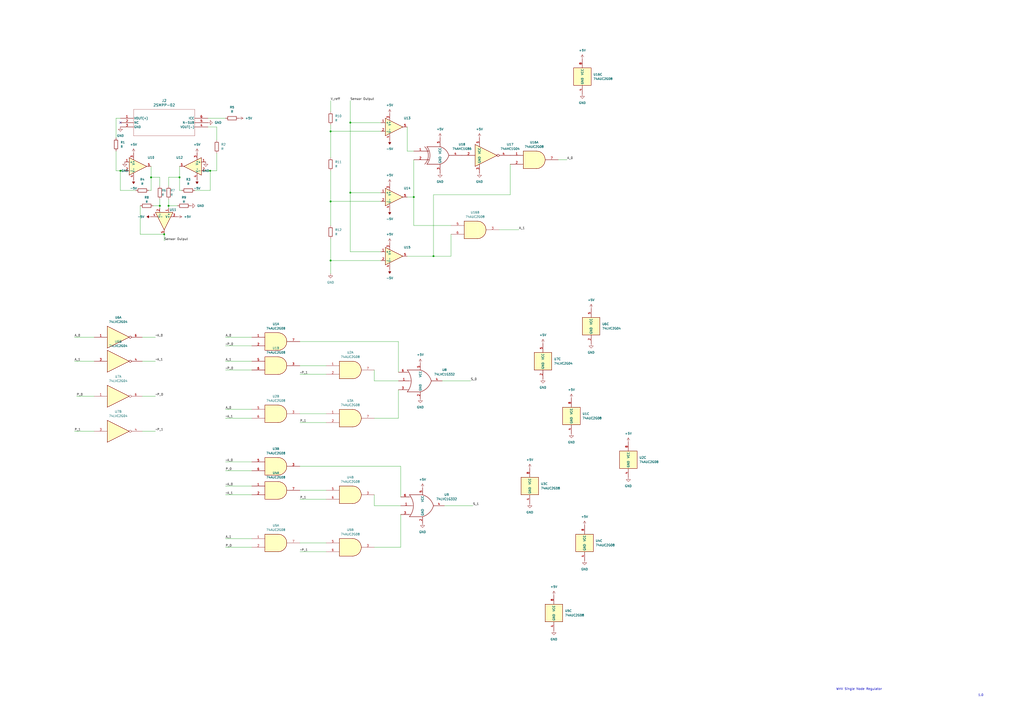
<source format=kicad_sch>
(kicad_sch (version 20250114) (generator "eeschema") (generator_version "9.0")
  (paper "A2")
  (lib_symbols
    (symbol "74xGxx:74AHC1G04"
      (property "Reference" "U" (at -2.54 3.81 0))
      (property "Value" "74AHC1G04" (at 0 -3.81 0))
      (symbol "74AHC1G04_0_1"
        (polyline (pts (xy -7.62 6.35) (xy -7.62 -6.35) (xy 5.08 0) (xy -7.62 6.35)) (stroke (width 0.254)) (fill (type background)))
      )
      (symbol "74AHC1G04_1_1"
        (pin input line (at -15.24 0 0) (length 7.62) (name "~") (number "2"))
        (pin no_connect line (at -7.62 2.54 0) (length 2.54) (hide yes) (name "NC") (number "1"))
        (pin power_in line (at -5.08 10.16 270) (length 5.08) (name "VCC") (number "5"))
        (pin power_in line (at -5.08 -10.16 90) (length 5.08) (name "GND") (number "3"))
        (pin output inverted (at 12.7 0 180) (length 7.62) (name "~") (number "4"))
      )
    )
    (symbol "74xGxx:74AHC1G86"
      (property "Reference" "U" (at -2.54 3.81 0))
      (property "Value" "74AHC1G86" (at 0 -3.81 0))
      (symbol "74AHC1G86_0_1"
        (arc (start -8.89 5.08) (mid -6.7858 0) (end -8.89 -5.08) (stroke (width 0.254)))
        (arc (start -7.62 5.08) (mid -5.838 0) (end -7.62 -5.08) (stroke (width 0.254)))
        (polyline (pts (xy -7.62 2.54) (xy -6.35 2.54)) (stroke (width 0.254)) (fill (type background)))
        (polyline (pts (xy -7.62 -2.54) (xy -6.35 -2.54)) (stroke (width 0.254)) (fill (type background)))
        (arc (start 5.08 0) (mid 3.202 -3.202) (end 0 -5.08) (stroke (width 0.254)))
        (arc (start 0 5.08) (mid 3.2271 3.2271) (end 5.08 0) (stroke (width 0.254)))
        (polyline (pts (xy 0 5.08) (xy -7.62 5.08)) (stroke (width 0.254)) (fill (type background)))
        (polyline (pts (xy 0 -5.08) (xy -7.62 -5.08)) (stroke (width 0.254)) (fill (type background)))
      )
      (symbol "74AHC1G86_1_1"
        (pin input line (at -15.24 2.54 0) (length 7.62) (name "~") (number "1"))
        (pin input line (at -15.24 -2.54 0) (length 7.62) (name "~") (number "2"))
        (pin power_in line (at 0 10.16 270) (length 5.08) (name "VCC") (number "5"))
        (pin power_in line (at 0 -10.16 90) (length 5.08) (name "GND") (number "3"))
        (pin output line (at 12.7 0 180) (length 7.62) (name "~") (number "4"))
      )
    )
    (symbol "74xGxx:74AUC2G08"
      (property "Reference" "U" (at -2.54 3.81 0))
      (property "Value" "74AUC2G08" (at 0 -3.81 0))
      (symbol "74AUC2G08_1_1"
        (arc (start 0 5.08) (mid 5.0579 0) (end 0 -5.08) (stroke (width 0.254)) (fill (type background)))
        (polyline (pts (xy 0 -5.08) (xy -7.62 -5.08) (xy -7.62 5.08) (xy 0 5.08)) (stroke (width 0.254)) (fill (type background)))
        (pin input line (at -15.24 2.54 0) (length 7.62) (name "~") (number "1"))
        (pin input line (at -15.24 -2.54 0) (length 7.62) (name "~") (number "2"))
        (pin output line (at 12.7 0 180) (length 7.62) (name "~") (number "7"))
      )
      (symbol "74AUC2G08_2_1"
        (arc (start 0 5.08) (mid 5.0579 0) (end 0 -5.08) (stroke (width 0.254)) (fill (type background)))
        (polyline (pts (xy 0 -5.08) (xy -7.62 -5.08) (xy -7.62 5.08) (xy 0 5.08)) (stroke (width 0.254)) (fill (type background)))
        (pin input line (at -15.24 2.54 0) (length 7.62) (name "~") (number "5"))
        (pin input line (at -15.24 -2.54 0) (length 7.62) (name "~") (number "6"))
        (pin output line (at 12.7 0 180) (length 7.62) (name "~") (number "3"))
      )
      (symbol "74AUC2G08_3_0"
        (rectangle (start -5.08 -5.08) (end 5.08 5.08) (stroke (width 0.254)) (fill (type background)))
      )
      (symbol "74AUC2G08_3_1"
        (pin power_in line (at 0 10.16 270) (length 5.08) (name "VCC") (number "8"))
        (pin power_in line (at 0 -10.16 90) (length 5.08) (name "GND") (number "4"))
      )
    )
    (symbol "74xGxx:74LVC1G332"
      (property "Reference" "U" (at -7.112 7.366 0))
      (property "Value" "74LVC1G332" (at 6.096 -7.62 0))
      (symbol "74LVC1G332_0_1"
        (arc (start -7.62 6.35) (mid -5.321 0) (end -7.62 -6.35) (stroke (width 0.254)))
        (polyline (pts (xy -7.62 5.08) (xy -6.858 5.08)))
        (polyline (pts (xy -7.62 -5.08) (xy -6.858 -5.08)))
        (polyline (pts (xy -6.35 0) (xy -5.334 0)))
        (arc (start 6.35 0) (mid 3.9978 -3.9978) (end 0 -6.35) (stroke (width 0.254)))
        (arc (start 0 6.35) (mid 3.9978 3.9978) (end 6.35 0) (stroke (width 0.254)))
        (polyline (pts (xy 0 6.35) (xy -7.62 6.35)) (stroke (width 0.254)) (fill (type background)))
        (polyline (pts (xy 0 -6.35) (xy -7.62 -6.35)) (stroke (width 0.254)) (fill (type background)))
      )
      (symbol "74LVC1G332_1_1"
        (pin input line (at -12.7 5.08 0) (length 5.08) (name "~") (number "6"))
        (pin input line (at -12.7 0 0) (length 6.35) (name "~") (number "1"))
        (pin input line (at -12.7 -5.08 0) (length 5.08) (name "~") (number "3"))
        (pin power_in line (at 0 10.16 270) (length 3.81) (name "VCC") (number "5"))
        (pin power_in line (at 0 -10.16 90) (length 3.81) (name "GND") (number "2"))
        (pin output line (at 12.7 0 180) (length 6.35) (name "~") (number "4"))
      )
    )
    (symbol "74xGxx:74LVC2G04"
      (property "Reference" "U" (at 0 7.62 0))
      (property "Value" "74LVC2G04" (at 2.54 -7.62 0))
      (symbol "74LVC2G04_1_1"
        (polyline (pts (xy -7.62 6.35) (xy -7.62 -6.35) (xy 5.08 0) (xy -7.62 6.35)) (stroke (width 0.254)) (fill (type background)))
        (pin input line (at -15.24 0 0) (length 7.62) (name "~") (number "1"))
        (pin output inverted (at 12.7 0 180) (length 7.62) (name "~") (number "6"))
      )
      (symbol "74LVC2G04_2_1"
        (polyline (pts (xy -7.62 6.35) (xy -7.62 -6.35) (xy 5.08 0) (xy -7.62 6.35)) (stroke (width 0.254)) (fill (type background)))
        (pin input line (at -15.24 0 0) (length 7.62) (name "~") (number "3"))
        (pin output inverted (at 12.7 0 180) (length 7.62) (name "~") (number "4"))
      )
      (symbol "74LVC2G04_3_0"
        (rectangle (start -5.08 -5.08) (end 5.08 5.08) (stroke (width 0.254)) (fill (type background)))
      )
      (symbol "74LVC2G04_3_1"
        (pin power_in line (at 0 10.16 270) (length 5.08) (name "VCC") (number "5"))
        (pin power_in line (at 0 -10.16 90) (length 5.08) (name "GND") (number "2"))
      )
    )
    (symbol "Device:R" (pin_numbers (hide yes)) (pin_names (offset 0))
      (property "Reference" "R" (at 2.032 0 90))
      (property "Value" "R" (at 0 0 90))
      (symbol "R_0_1"
        (rectangle (start -1.016 -2.54) (end 1.016 2.54) (stroke (width 0.254)))
      )
      (symbol "R_1_1"
        (pin passive line (at 0 3.81 270) (length 1.27) (name "~") (number "1"))
        (pin passive line (at 0 -3.81 90) (length 1.27) (name "~") (number "2"))
      )
    )
    (symbol "Simulation_SPICE:OPAMP" (pin_names (offset 0.254))
      (property "Reference" "U" (at 3.81 3.175 0))
      (property "Value" "${SIM.PARAMS}" (at 3.81 -3.175 0))
      (symbol "OPAMP_0_1"
        (polyline (pts (xy 5.08 0) (xy -5.08 5.08) (xy -5.08 -5.08) (xy 5.08 0)) (stroke (width 0.254)) (fill (type background)))
      )
      (symbol "OPAMP_1_1"
        (pin input line (at -7.62 2.54 0) (length 2.54) (name "+") (number "1"))
        (pin input line (at -7.62 -2.54 0) (length 2.54) (name "-") (number "2"))
        (pin power_in line (at -2.54 7.62 270) (length 3.81) (name "V+") (number "3"))
        (pin power_in line (at -2.54 -7.62 90) (length 3.81) (name "V-") (number "4"))
        (pin output line (at 7.62 0 180) (length 2.54) (name "~") (number "5"))
      )
    )
    (symbol "power:+5V" (power) (pin_numbers (hide yes)) (pin_names (offset 0) (hide yes))
      (property "Value" "+5V" (at 0 3.556 0))
      (symbol "+5V_0_1"
        (polyline (pts (xy -0.762 1.27) (xy 0 2.54)))
        (polyline (pts (xy 0 2.54) (xy 0.762 1.27)))
        (polyline (pts (xy 0 0) (xy 0 2.54)))
      )
      (symbol "+5V_1_1"
        (pin power_in line (at 0 0 90) (length 0) (name "~") (number "1"))
      )
    )
    (symbol "power:-5V" (power) (pin_numbers (hide yes)) (pin_names (offset 0) (hide yes))
      (property "Value" "-5V" (at 0 3.556 0))
      (symbol "-5V_0_0"
        (pin power_in line (at 0 0 90) (length 0) (name "~") (number "1"))
      )
      (symbol "-5V_0_1"
        (polyline (pts (xy 0 0) (xy 0 1.27) (xy 0.762 1.27) (xy 0 2.54) (xy -0.762 1.27) (xy 0 1.27)) (fill (type outline)))
      )
    )
    (symbol "power:GND" (power) (pin_numbers (hide yes)) (pin_names (offset 0) (hide yes))
      (property "Value" "GND" (at 0 -3.81 0))
      (symbol "GND_0_1"
        (polyline (pts (xy 0 0) (xy 0 -1.27) (xy 1.27 -1.27) (xy 0 -2.54) (xy -1.27 -1.27) (xy 0 -1.27)))
      )
      (symbol "GND_1_1"
        (pin power_in line (at 0 0 270) (length 0) (name "~") (number "1"))
      )
    )
    (symbol "pressure sensor:2SMPP-02" (pin_names (offset 0.254))
      (property "Reference" "J" (at 25.4 10.16 0))
      (property "Value" "2SMPP-02" (at 25.4 7.62 0))
      (symbol "2SMPP-02_0_1"
        (polyline (pts (xy 7.62 5.08) (xy 7.62 -10.16)) (stroke (width 0.127)))
        (polyline (pts (xy 7.62 -10.16) (xy 43.18 -10.16)) (stroke (width 0.127)))
        (polyline (pts (xy 43.18 5.08) (xy 7.62 5.08)) (stroke (width 0.127)))
        (polyline (pts (xy 43.18 -10.16) (xy 43.18 5.08)) (stroke (width 0.127)))
        (pin unspecified line (at 0 0 0) (length 7.62) (name "VOUT(+)") (number "1"))
        (pin unspecified line (at 0 -2.54 0) (length 7.62) (name "NC") (number "2"))
        (pin power_out line (at 0 -5.08 0) (length 7.62) (name "GND") (number "3"))
        (pin unspecified line (at 50.8 0 180) (length 7.62) (name "ICC") (number "6"))
        (pin unspecified line (at 50.8 -2.54 180) (length 7.62) (name "N-SUB") (number "5"))
        (pin unspecified line (at 50.8 -5.08 180) (length 7.62) (name "VOUT(-)") (number "4"))
      )
    )
  )
  (text "WHV Single Node Regulator" (at 498.348 399.796 0) (effects (font (size 1.27 1.27))))
  (text "1.0\n" (at 568.96 403.352 0) (effects (font (size 1.27 1.27))))
  (junction (at 191.77 151.13))
  (junction (at 95.25 135.89))
  (junction (at 69.85 99.06))
  (junction (at 203.2 111.76))
  (junction (at 191.77 76.2))
  (junction (at 240.03 114.3))
  (junction (at 121.92 99.06))
  (junction (at 92.71 119.38))
  (junction (at 203.2 71.12))
  (junction (at 251.46 148.59))
  (junction (at 104.14 102.87))
  (junction (at 87.63 102.87))
  (junction (at 97.79 119.38))
  (junction (at 191.77 116.84))
  (no_connect (at 69.85 71.12))
  (wire (pts (xy 251.46 148.59) (xy 261.62 148.59)))
  (wire (pts (xy 289.56 133.35) (xy 300.99 133.35)))
  (wire (pts (xy 81.28 135.89) (xy 95.25 135.89)))
  (wire (pts (xy 87.63 96.52) (xy 87.63 102.87)))
  (wire (pts (xy 203.2 71.12) (xy 220.98 71.12)))
  (wire (pts (xy 69.85 99.06) (xy 72.39 99.06)))
  (wire (pts (xy 191.77 151.13) (xy 191.77 158.75)))
  (wire (pts (xy 236.22 73.66) (xy 236.22 87.63)))
  (wire (pts (xy 130.81 209.55) (xy 146.05 209.55)))
  (wire (pts (xy 261.62 148.59) (xy 261.62 135.89)))
  (wire (pts (xy 69.85 68.58) (xy 67.31 68.58)))
  (wire (pts (xy 203.2 58.42) (xy 203.2 71.12)))
  (wire (pts (xy 240.03 114.3) (xy 240.03 92.71)))
  (wire (pts (xy 104.14 96.52) (xy 104.14 102.87)))
  (wire (pts (xy 119.38 99.06) (xy 121.92 99.06)))
  (wire (pts (xy 43.18 250.19) (xy 54.61 250.19)))
  (wire (pts (xy 191.77 116.84) (xy 220.98 116.84)))
  (wire (pts (xy 87.63 110.49) (xy 86.36 110.49)))
  (wire (pts (xy 173.99 212.09) (xy 189.23 212.09)))
  (wire (pts (xy 251.46 113.03) (xy 295.91 113.03)))
  (wire (pts (xy 69.85 110.49) (xy 69.85 99.06)))
  (wire (pts (xy 130.81 200.66) (xy 146.05 200.66)))
  (wire (pts (xy 95.25 135.89) (xy 95.25 139.7)))
  (wire (pts (xy 130.81 195.58) (xy 146.05 195.58)))
  (wire (pts (xy 191.77 58.42) (xy 191.77 64.77)))
  (wire (pts (xy 78.74 110.49) (xy 69.85 110.49)))
  (wire (pts (xy 191.77 151.13) (xy 220.98 151.13)))
  (wire (pts (xy 236.22 148.59) (xy 251.46 148.59)))
  (wire (pts (xy 130.81 242.57) (xy 146.05 242.57)))
  (wire (pts (xy 173.99 198.12) (xy 231.14 198.12)))
  (wire (pts (xy 120.65 68.58) (xy 130.81 68.58)))
  (wire (pts (xy 231.14 226.06) (xy 231.14 242.57)))
  (wire (pts (xy 87.63 102.87) (xy 92.71 102.87)))
  (wire (pts (xy 217.17 287.02) (xy 217.17 293.37)))
  (wire (pts (xy 125.73 73.66) (xy 120.65 73.66)))
  (wire (pts (xy 130.81 281.94) (xy 146.05 281.94)))
  (wire (pts (xy 121.92 99.06) (xy 121.92 110.49)))
  (wire (pts (xy 236.22 87.63) (xy 240.03 87.63)))
  (wire (pts (xy 232.41 270.51) (xy 232.41 288.29)))
  (wire (pts (xy 82.55 250.19) (xy 90.17 250.19)))
  (wire (pts (xy 191.77 72.39) (xy 191.77 76.2)))
  (wire (pts (xy 82.55 229.87) (xy 90.17 229.87)))
  (wire (pts (xy 130.81 287.02) (xy 146.05 287.02)))
  (wire (pts (xy 203.2 111.76) (xy 203.2 146.05)))
  (wire (pts (xy 203.2 71.12) (xy 203.2 111.76)))
  (wire (pts (xy 173.99 314.96) (xy 189.23 314.96)))
  (wire (pts (xy 92.71 102.87) (xy 92.71 107.95)))
  (wire (pts (xy 203.2 111.76) (xy 220.98 111.76)))
  (wire (pts (xy 67.31 68.58) (xy 67.31 80.01)))
  (wire (pts (xy 97.79 119.38) (xy 97.79 120.65)))
  (wire (pts (xy 130.81 312.42) (xy 146.05 312.42)))
  (wire (pts (xy 97.79 115.57) (xy 97.79 119.38)))
  (wire (pts (xy 256.54 220.98) (xy 273.05 220.98)))
  (wire (pts (xy 323.85 92.71) (xy 328.93 92.71)))
  (wire (pts (xy 97.79 102.87) (xy 97.79 107.95)))
  (wire (pts (xy 217.17 214.63) (xy 217.17 220.98)))
  (wire (pts (xy 104.14 102.87) (xy 97.79 102.87)))
  (wire (pts (xy 173.99 240.03) (xy 189.23 240.03)))
  (wire (pts (xy 44.45 229.87) (xy 54.61 229.87)))
  (wire (pts (xy 121.92 99.06) (xy 125.73 99.06)))
  (wire (pts (xy 130.81 317.5) (xy 146.05 317.5)))
  (wire (pts (xy 173.99 270.51) (xy 232.41 270.51)))
  (wire (pts (xy 125.73 99.06) (xy 125.73 88.9)))
  (wire (pts (xy 82.55 209.55) (xy 90.17 209.55)))
  (wire (pts (xy 217.17 293.37) (xy 232.41 293.37)))
  (wire (pts (xy 251.46 148.59) (xy 251.46 113.03)))
  (wire (pts (xy 173.99 284.48) (xy 189.23 284.48)))
  (wire (pts (xy 257.81 293.37) (xy 274.32 293.37)))
  (wire (pts (xy 130.81 273.05) (xy 146.05 273.05)))
  (wire (pts (xy 173.99 245.11) (xy 189.23 245.11)))
  (wire (pts (xy 104.14 102.87) (xy 104.14 110.49)))
  (wire (pts (xy 113.03 110.49) (xy 121.92 110.49)))
  (wire (pts (xy 67.31 87.63) (xy 67.31 99.06)))
  (wire (pts (xy 104.14 110.49) (xy 105.41 110.49)))
  (wire (pts (xy 173.99 217.17) (xy 189.23 217.17)))
  (wire (pts (xy 240.03 130.81) (xy 240.03 114.3)))
  (wire (pts (xy 217.17 220.98) (xy 231.14 220.98)))
  (wire (pts (xy 125.73 81.28) (xy 125.73 73.66)))
  (wire (pts (xy 232.41 317.5) (xy 232.41 298.45)))
  (wire (pts (xy 217.17 317.5) (xy 232.41 317.5)))
  (wire (pts (xy 203.2 146.05) (xy 220.98 146.05)))
  (wire (pts (xy 191.77 76.2) (xy 220.98 76.2)))
  (wire (pts (xy 130.81 214.63) (xy 146.05 214.63)))
  (wire (pts (xy 92.71 119.38) (xy 92.71 120.65)))
  (wire (pts (xy 295.91 113.03) (xy 295.91 95.25)))
  (wire (pts (xy 173.99 289.56) (xy 189.23 289.56)))
  (wire (pts (xy 87.63 102.87) (xy 87.63 110.49)))
  (wire (pts (xy 231.14 242.57) (xy 217.17 242.57)))
  (wire (pts (xy 191.77 99.06) (xy 191.77 116.84)))
  (wire (pts (xy 236.22 114.3) (xy 240.03 114.3)))
  (wire (pts (xy 130.81 267.97) (xy 146.05 267.97)))
  (wire (pts (xy 92.71 115.57) (xy 92.71 119.38)))
  (wire (pts (xy 82.55 195.58) (xy 90.17 195.58)))
  (wire (pts (xy 97.79 119.38) (xy 102.87 119.38)))
  (wire (pts (xy 173.99 320.04) (xy 189.23 320.04)))
  (wire (pts (xy 88.9 119.38) (xy 92.71 119.38)))
  (wire (pts (xy 191.77 138.43) (xy 191.77 151.13)))
  (wire (pts (xy 191.77 76.2) (xy 191.77 91.44)))
  (wire (pts (xy 67.31 99.06) (xy 69.85 99.06)))
  (wire (pts (xy 261.62 130.81) (xy 240.03 130.81)))
  (wire (pts (xy 43.18 209.55) (xy 54.61 209.55)))
  (wire (pts (xy 191.77 116.84) (xy 191.77 130.81)))
  (wire (pts (xy 81.28 119.38) (xy 81.28 135.89)))
  (wire (pts (xy 231.14 198.12) (xy 231.14 215.9)))
  (wire (pts (xy 130.81 237.49) (xy 146.05 237.49)))
  (wire (pts (xy 43.18 195.58) (xy 54.61 195.58)))
  (label "S_0" (at 273.05 220.98 0))
  (label "~A_0" (at 90.17 195.58 0))
  (label "~P_1" (at 173.99 217.17 0))
  (label "~P_0" (at 130.81 200.66 0))
  (label "~P_0" (at 90.17 229.87 0))
  (label "~A_0" (at 130.81 267.97 0))
  (label "~A_1" (at 130.81 242.57 0))
  (label "~A_1" (at 90.17 209.55 0))
  (label "A_0" (at 328.93 92.71 0))
  (label "A_0" (at 43.18 195.58 0))
  (label "P_1" (at 173.99 245.11 0))
  (label "A_1" (at 43.18 209.55 0))
  (label "P_0" (at 130.81 317.5 0))
  (label "S_1" (at 274.32 293.37 0))
  (label "A_0" (at 130.81 237.49 0))
  (label "~A_0" (at 130.81 281.94 0))
  (label "P_0" (at 44.45 229.87 0))
  (label "V_reff" (at 191.77 58.42 0))
  (label "~A_1" (at 130.81 287.02 0))
  (label "~P_1" (at 90.17 250.19 0))
  (label "A_0" (at 130.81 195.58 0))
  (label "Sensor Output" (at 203.2 58.42 0))
  (label "P_0" (at 130.81 273.05 0))
  (label "A_1" (at 130.81 312.42 0))
  (label "~P_0" (at 130.81 214.63 0))
  (label "A_1" (at 300.99 133.35 0))
  (label "P_1" (at 173.99 289.56 0))
  (label "P_1" (at 43.18 250.19 0))
  (label "Sensor Output" (at 95.25 139.7 0))
  (label "~P_1" (at 173.99 320.04 0))
  (label "A_1" (at 130.81 209.55 0))
  (symbol (lib_id "power:-5V") (at 226.06 121.92 180) (unit 1)
    (property "Reference" "#PWR034" (effects (hide yes)))
    (property "Value" "-5V" (at 226.06 127 0))
    (property "Description" "Power symbol creates a global label with name \"-5V\"" (effects (hide yes)))
  )
  (symbol (lib_id "Device:R") (at 92.71 111.76 0) (unit 1)
    (property "Reference" "R6" (at 93.726 110.49 0) (effects (justify left)))
    (property "Value" "R" (at 93.726 113.03 0) (effects (justify left)))
    (property "Description" "Resistor" (effects (hide yes)))
  )
  (symbol (lib_id "74xGxx:74LVC2G04") (at 342.9 189.23 0) (unit 3)
    (property "Reference" "U6" (at 349.25 187.9599 0) (effects (justify left)))
    (property "Value" "74LVC2G04" (at 349.25 190.4999 0) (effects (justify left)))
    (property "Datasheet" "http://www.ti.com/lit/sg/scyt129e/scyt129e.pdf" (effects (hide yes)))
    (property "Description" "Dual NOT Gate, Low-Voltage CMOS" (effects (hide yes)))
  )
  (symbol (lib_id "power:+5V") (at 364.49 256.54 0) (unit 1)
    (property "Reference" "#PWR06" (effects (hide yes)))
    (property "Value" "+5V" (at 364.49 251.46 0))
    (property "Description" "Power symbol creates a global label with name \"+5V\"" (effects (hide yes)))
  )
  (symbol (lib_id "74xGxx:74AUC2G08") (at 161.29 270.51 0) (unit 2)
    (property "Reference" "U3" (at 160.0089 260.35 0))
    (property "Value" "74AUC2G08" (at 160.0089 262.89 0))
    (property "Datasheet" "http://www.ti.com/lit/sg/scyt129e/scyt129e.pdf" (effects (hide yes)))
    (property "Description" "Dual AND Gate, Low-Voltage CMOS" (effects (hide yes)))
  )
  (symbol (lib_id "power:GND") (at 342.9 199.39 0) (unit 1)
    (property "Reference" "#PWR012" (effects (hide yes)))
    (property "Value" "GND" (at 342.9 204.47 0))
    (property "Description" "Power symbol creates a global label with name \"GND\" , ground" (effects (hide yes)))
  )
  (symbol (lib_id "Device:R") (at 191.77 134.62 0) (unit 1)
    (property "Reference" "R12" (at 194.31 133.3499 0) (effects (justify left)))
    (property "Value" "R" (at 194.31 135.8899 0) (effects (justify left)))
    (property "Description" "Resistor" (effects (hide yes)))
  )
  (symbol (lib_id "power:GND") (at 110.49 119.38 90) (unit 1)
    (property "Reference" "#PWR025" (effects (hide yes)))
    (property "Value" "GND" (at 114.3 119.3799 90) (effects (justify right)))
    (property "Description" "Power symbol creates a global label with name \"GND\" , ground" (effects (hide yes)))
  )
  (symbol (lib_id "power:GND") (at 307.34 292.1 0) (unit 1)
    (property "Reference" "#PWR016" (effects (hide yes)))
    (property "Value" "GND" (at 307.34 297.18 0))
    (property "Description" "Power symbol creates a global label with name \"GND\" , ground" (effects (hide yes)))
  )
  (symbol (lib_id "Device:R") (at 106.68 119.38 90) (unit 1)
    (property "Reference" "R9" (at 106.68 114.554 90))
    (property "Value" "R" (at 106.68 117.094 90))
    (property "Description" "Resistor" (effects (hide yes)))
  )
  (symbol (lib_id "power:GND") (at 72.39 93.98 0) (unit 1)
    (property "Reference" "#PWR020" (effects (hide yes)))
    (property "Value" "GND" (at 72.39 99.06 0))
    (property "Description" "Power symbol creates a global label with name \"GND\" , ground" (effects (hide yes)))
  )
  (symbol (lib_id "power:+5V") (at 102.87 125.73 270) (unit 1)
    (property "Reference" "#PWR024" (effects (hide yes)))
    (property "Value" "+5V" (at 106.68 125.7299 90) (effects (justify left)))
    (property "Description" "Power symbol creates a global label with name \"+5V\"" (effects (hide yes)))
  )
  (symbol (lib_id "power:GND") (at 69.85 73.66 0) (unit 1)
    (property "Reference" "#PWR019" (effects (hide yes)))
    (property "Value" "GND" (at 69.85 78.74 0))
    (property "Description" "Power symbol creates a global label with name \"GND\" , ground" (effects (hide yes)))
  )
  (symbol (lib_id "power:-5V") (at 226.06 156.21 180) (unit 1)
    (property "Reference" "#PWR036" (effects (hide yes)))
    (property "Value" "-5V" (at 226.06 161.29 0))
    (property "Description" "Power symbol creates a global label with name \"-5V\"" (effects (hide yes)))
  )
  (symbol (lib_id "74xGxx:74AUC2G08") (at 364.49 266.7 0) (unit 3)
    (property "Reference" "U2" (at 370.84 265.4299 0) (effects (justify left)))
    (property "Value" "74AUC2G08" (at 370.84 267.9699 0) (effects (justify left)))
    (property "Datasheet" "http://www.ti.com/lit/sg/scyt129e/scyt129e.pdf" (effects (hide yes)))
    (property "Description" "Dual AND Gate, Low-Voltage CMOS" (effects (hide yes)))
  )
  (symbol (lib_id "power:+5V") (at 321.31 345.44 0) (unit 1)
    (property "Reference" "#PWR09" (effects (hide yes)))
    (property "Value" "+5V" (at 321.31 340.36 0))
    (property "Description" "Power symbol creates a global label with name \"+5V\"" (effects (hide yes)))
  )
  (symbol (lib_id "power:GND") (at 364.49 276.86 0) (unit 1)
    (property "Reference" "#PWR015" (effects (hide yes)))
    (property "Value" "GND" (at 364.49 281.94 0))
    (property "Description" "Power symbol creates a global label with name \"GND\" , ground" (effects (hide yes)))
  )
  (symbol (lib_id "power:+5V") (at 226.06 106.68 0) (unit 1)
    (property "Reference" "#PWR033" (effects (hide yes)))
    (property "Value" "+5V" (at 226.06 101.6 0))
    (property "Description" "Power symbol creates a global label with name \"+5V\"" (effects (hide yes)))
  )
  (symbol (lib_id "74xGxx:74AUC2G08") (at 161.29 198.12 0) (unit 1)
    (property "Reference" "U1" (at 160.0089 187.96 0))
    (property "Value" "74AUC2G08" (at 160.0089 190.5 0))
    (property "Datasheet" "http://www.ti.com/lit/sg/scyt129e/scyt129e.pdf" (effects (hide yes)))
    (property "Description" "Dual AND Gate, Low-Voltage CMOS" (effects (hide yes)))
  )
  (symbol (lib_id "Simulation_SPICE:OPAMP") (at 228.6 73.66 0) (unit 1)
    (property "Reference" "U13" (at 236.22 68.5098 0))
    (property "Value" "${SIM.PARAMS}" (at 236.22 70.4149 0))
    (property "Datasheet" "https://ngspice.sourceforge.io/docs/ngspice-html-manual/manual.xhtml#sec__SUBCKT_Subcircuits" (effects (hide yes)))
    (property "Description" "Operational amplifier, single" (effects (hide yes)))
    (property "Sim.Pins" "1=in+ 2=in- 3=vcc 4=vee 5=out" (effects (hide yes)))
    (property "Sim.Device" "SUBCKT" (effects (hide yes)))
    (property "Sim.Library" "${KICAD9_SYMBOL_DIR}/Simulation_SPICE.sp" (effects (hide yes)))
    (property "Sim.Name" "kicad_builtin_opamp" (effects (hide yes)))
  )
  (symbol (lib_id "Device:R") (at 125.73 85.09 0) (unit 1)
    (property "Reference" "R2" (at 128.27 83.8199 0) (effects (justify left)))
    (property "Value" "R" (at 128.27 86.3599 0) (effects (justify left)))
    (property "Description" "Resistor" (effects (hide yes)))
  )
  (symbol (lib_id "power:GND") (at 314.96 219.71 0) (unit 1)
    (property "Reference" "#PWR013" (effects (hide yes)))
    (property "Value" "GND" (at 314.96 224.79 0))
    (property "Description" "Power symbol creates a global label with name \"GND\" , ground" (effects (hide yes)))
  )
  (symbol (lib_id "power:GND") (at 321.31 365.76 0) (unit 1)
    (property "Reference" "#PWR018" (effects (hide yes)))
    (property "Value" "GND" (at 321.31 370.84 0))
    (property "Description" "Power symbol creates a global label with name \"GND\" , ground" (effects (hide yes)))
  )
  (symbol (lib_id "74xGxx:74AUC2G08") (at 311.15 92.71 0) (unit 1)
    (property "Reference" "U16" (at 309.8689 82.55 0))
    (property "Value" "74AUC2G08" (at 309.8689 85.09 0))
    (property "Datasheet" "http://www.ti.com/lit/sg/scyt129e/scyt129e.pdf" (effects (hide yes)))
    (property "Description" "Dual AND Gate, Low-Voltage CMOS" (effects (hide yes)))
  )
  (symbol (lib_id "74xGxx:74AHC1G86") (at 255.27 90.17 0) (unit 1)
    (property "Reference" "U18" (at 267.97 83.7498 0))
    (property "Value" "74AHC1G86" (at 267.97 86.2898 0))
    (property "Datasheet" "http://www.ti.com/lit/sg/scyt129e/scyt129e.pdf" (effects (hide yes)))
    (property "Description" "Single XOR Gate, Low-Voltage CMOS" (effects (hide yes)))
  )
  (symbol (lib_id "Device:R") (at 191.77 68.58 0) (unit 1)
    (property "Reference" "R10" (at 194.31 67.3099 0) (effects (justify left)))
    (property "Value" "R" (at 194.31 69.8499 0) (effects (justify left)))
    (property "Description" "Resistor" (effects (hide yes)))
  )
  (symbol (lib_id "pressure sensor:2SMPP-02") (at 69.85 68.58 0) (unit 1)
    (property "Reference" "J2" (at 95.25 58.42 0) (effects (font (size 1.524 1.524))))
    (property "Value" "2SMPP-02" (at 95.25 60.96 0) (effects (font (size 1.524 1.524))))
    (property "Footprint" "2SMPP-02_OMR" (effects (hide yes)))
    (property "Datasheet" "2SMPP-02" (effects (hide yes)))
  )
  (symbol (lib_id "Simulation_SPICE:OPAMP") (at 95.25 128.27 270) (unit 1)
    (property "Reference" "U11" (at 100.33 121.666 90))
    (property "Value" "${SIM.PARAMS}" (at 102.87 122.4849 90))
    (property "Datasheet" "https://ngspice.sourceforge.io/docs/ngspice-html-manual/manual.xhtml#sec__SUBCKT_Subcircuits" (effects (hide yes)))
    (property "Description" "Operational amplifier, single" (effects (hide yes)))
    (property "Sim.Pins" "1=in+ 2=in- 3=vcc 4=vee 5=out" (effects (hide yes)))
    (property "Sim.Device" "SUBCKT" (effects (hide yes)))
    (property "Sim.Library" "${KICAD9_SYMBOL_DIR}/Simulation_SPICE.sp" (effects (hide yes)))
    (property "Sim.Name" "kicad_builtin_opamp" (effects (hide yes)))
  )
  (symbol (lib_id "power:+5V") (at 114.3 88.9 0) (unit 1)
    (property "Reference" "#PWR026" (effects (hide yes)))
    (property "Value" "+5V" (at 114.3 83.82 0))
    (property "Description" "Power symbol creates a global label with name \"+5V\"" (effects (hide yes)))
  )
  (symbol (lib_id "power:+5V") (at 138.43 68.58 270) (unit 1)
    (property "Reference" "#PWR030" (effects (hide yes)))
    (property "Value" "+5V" (at 142.24 68.5799 90) (effects (justify left)))
    (property "Description" "Power symbol creates a global label with name \"+5V\"" (effects (hide yes)))
  )
  (symbol (lib_id "power:GND") (at 337.82 54.61 0) (unit 1)
    (property "Reference" "#PWR038" (effects (hide yes)))
    (property "Value" "GND" (at 337.82 59.69 0))
    (property "Description" "Power symbol creates a global label with name \"GND\" , ground" (effects (hide yes)))
  )
  (symbol (lib_id "Device:R") (at 134.62 68.58 90) (unit 1)
    (property "Reference" "R5" (at 134.62 62.23 90))
    (property "Value" "R" (at 134.62 64.77 90))
    (property "Description" "Resistor" (effects (hide yes)))
  )
  (symbol (lib_id "power:+5V") (at 226.06 140.97 0) (unit 1)
    (property "Reference" "#PWR035" (effects (hide yes)))
    (property "Value" "+5V" (at 226.06 135.89 0))
    (property "Description" "Power symbol creates a global label with name \"+5V\"" (effects (hide yes)))
  )
  (symbol (lib_id "power:-5V") (at 77.47 104.14 180) (unit 1)
    (property "Reference" "#PWR022" (effects (hide yes)))
    (property "Value" "-5V" (at 77.47 109.22 0))
    (property "Description" "Power symbol creates a global label with name \"-5V\"" (effects (hide yes)))
  )
  (symbol (lib_id "Device:R") (at 82.55 110.49 90) (unit 1)
    (property "Reference" "R4" (at 82.55 104.14 90))
    (property "Value" "R" (at 82.55 106.68 90))
    (property "Description" "Resistor" (effects (hide yes)))
  )
  (symbol (lib_id "Simulation_SPICE:OPAMP") (at 80.01 96.52 0) (unit 1)
    (property "Reference" "U10" (at 87.63 91.3698 0))
    (property "Value" "${SIM.PARAMS}" (at 87.63 93.2749 0))
    (property "Datasheet" "https://ngspice.sourceforge.io/docs/ngspice-html-manual/manual.xhtml#sec__SUBCKT_Subcircuits" (effects (hide yes)))
    (property "Description" "Operational amplifier, single" (effects (hide yes)))
    (property "Sim.Pins" "1=in+ 2=in- 3=vcc 4=vee 5=out" (effects (hide yes)))
    (property "Sim.Device" "SUBCKT" (effects (hide yes)))
    (property "Sim.Library" "${KICAD9_SYMBOL_DIR}/Simulation_SPICE.sp" (effects (hide yes)))
    (property "Sim.Name" "kicad_builtin_opamp" (effects (hide yes)))
  )
  (symbol (lib_id "power:+5V") (at 255.27 80.01 0) (unit 1)
    (property "Reference" "#PWR041" (effects (hide yes)))
    (property "Value" "+5V" (at 255.27 74.93 0))
    (property "Description" "Power symbol creates a global label with name \"+5V\"" (effects (hide yes)))
  )
  (symbol (lib_id "74xGxx:74AUC2G08") (at 331.47 241.3 0) (unit 3)
    (property "Reference" "U1" (at 337.82 240.0299 0) (effects (justify left)))
    (property "Value" "74AUC2G08" (at 337.82 242.5699 0) (effects (justify left)))
    (property "Datasheet" "http://www.ti.com/lit/sg/scyt129e/scyt129e.pdf" (effects (hide yes)))
    (property "Description" "Dual AND Gate, Low-Voltage CMOS" (effects (hide yes)))
  )
  (symbol (lib_id "power:+5V") (at 331.47 231.14 0) (unit 1)
    (property "Reference" "#PWR05" (effects (hide yes)))
    (property "Value" "+5V" (at 331.47 226.06 0))
    (property "Description" "Power symbol creates a global label with name \"+5V\"" (effects (hide yes)))
  )
  (symbol (lib_id "Device:R") (at 191.77 95.25 0) (unit 1)
    (property "Reference" "R11" (at 194.31 93.9799 0) (effects (justify left)))
    (property "Value" "R" (at 194.31 96.5199 0) (effects (justify left)))
    (property "Description" "Resistor" (effects (hide yes)))
  )
  (symbol (lib_id "74xGxx:74AUC2G08") (at 321.31 355.6 0) (unit 3)
    (property "Reference" "U5" (at 327.66 354.3299 0) (effects (justify left)))
    (property "Value" "74AUC2G08" (at 327.66 356.8699 0) (effects (justify left)))
    (property "Datasheet" "http://www.ti.com/lit/sg/scyt129e/scyt129e.pdf" (effects (hide yes)))
    (property "Description" "Dual AND Gate, Low-Voltage CMOS" (effects (hide yes)))
  )
  (symbol (lib_id "74xGxx:74AUC2G08") (at 161.29 284.48 0) (unit 1)
    (property "Reference" "U4" (at 160.0089 274.32 0))
    (property "Value" "74AUC2G08" (at 160.0089 276.86 0))
    (property "Datasheet" "http://www.ti.com/lit/sg/scyt129e/scyt129e.pdf" (effects (hide yes)))
    (property "Description" "Dual AND Gate, Low-Voltage CMOS" (effects (hide yes)))
  )
  (symbol (lib_id "74xGxx:74LVC2G04") (at 69.85 229.87 0) (unit 1)
    (property "Reference" "U7" (at 68.58 218.44 0))
    (property "Value" "74LVC2G04" (at 68.58 220.98 0))
    (property "Datasheet" "http://www.ti.com/lit/sg/scyt129e/scyt129e.pdf" (effects (hide yes)))
    (property "Description" "Dual NOT Gate, Low-Voltage CMOS" (effects (hide yes)))
  )
  (symbol (lib_id "74xGxx:74LVC1G332") (at 245.11 293.37 0) (unit 1)
    (property "Reference" "U9" (at 259.08 286.9498 0))
    (property "Value" "74LVC1G332" (at 259.08 289.4898 0))
    (property "Datasheet" "http://www.ti.com/lit/sg/scyt129e/scyt129e.pdf" (effects (hide yes)))
    (property "Description" "Single OR 3-Input Gate, Low-Voltage CMOS" (effects (hide yes)))
  )
  (symbol (lib_id "74xGxx:74AUC2G08") (at 204.47 287.02 0) (unit 2)
    (property "Reference" "U4" (at 203.1889 276.86 0))
    (property "Value" "74AUC2G08" (at 203.1889 279.4 0))
    (property "Datasheet" "http://www.ti.com/lit/sg/scyt129e/scyt129e.pdf" (effects (hide yes)))
    (property "Description" "Dual AND Gate, Low-Voltage CMOS" (effects (hide yes)))
  )
  (symbol (lib_id "74xGxx:74AHC1G04") (at 283.21 90.17 0) (unit 1)
    (property "Reference" "U17" (at 295.91 83.7498 0))
    (property "Value" "74AHC1G04" (at 295.91 86.2898 0))
    (property "Datasheet" "http://www.ti.com/lit/sg/scyt129e/scyt129e.pdf" (effects (hide yes)))
    (property "Description" "Single NOT Gate, Low-Voltage CMOS" (effects (hide yes)))
  )
  (symbol (lib_id "Simulation_SPICE:OPAMP") (at 111.76 96.52 0) (mirror y) (unit 1)
    (property "Reference" "U12" (at 104.14 91.3698 0))
    (property "Value" "${SIM.PARAMS}" (at 104.14 93.2749 0))
    (property "Datasheet" "https://ngspice.sourceforge.io/docs/ngspice-html-manual/manual.xhtml#sec__SUBCKT_Subcircuits" (effects (hide yes)))
    (property "Description" "Operational amplifier, single" (effects (hide yes)))
    (property "Sim.Pins" "1=in+ 2=in- 3=vcc 4=vee 5=out" (effects (hide yes)))
    (property "Sim.Device" "SUBCKT" (effects (hide yes)))
    (property "Sim.Library" "${KICAD9_SYMBOL_DIR}/Simulation_SPICE.sp" (effects (hide yes)))
    (property "Sim.Name" "kicad_builtin_opamp" (effects (hide yes)))
  )
  (symbol (lib_id "74xGxx:74AUC2G08") (at 276.86 133.35 0) (unit 2)
    (property "Reference" "U16" (at 275.5789 123.19 0))
    (property "Value" "74AUC2G08" (at 275.5789 125.73 0))
    (property "Datasheet" "http://www.ti.com/lit/sg/scyt129e/scyt129e.pdf" (effects (hide yes)))
    (property "Description" "Dual AND Gate, Low-Voltage CMOS" (effects (hide yes)))
  )
  (symbol (lib_id "74xGxx:74AUC2G08") (at 161.29 314.96 0) (unit 1)
    (property "Reference" "U5" (at 160.0089 304.8 0))
    (property "Value" "74AUC2G08" (at 160.0089 307.34 0))
    (property "Datasheet" "http://www.ti.com/lit/sg/scyt129e/scyt129e.pdf" (effects (hide yes)))
    (property "Description" "Dual AND Gate, Low-Voltage CMOS" (effects (hide yes)))
  )
  (symbol (lib_id "74xGxx:74AUC2G08") (at 337.82 44.45 0) (unit 3)
    (property "Reference" "U16" (at 344.17 43.1799 0) (effects (justify left)))
    (property "Value" "74AUC2G08" (at 344.17 45.7199 0) (effects (justify left)))
    (property "Datasheet" "http://www.ti.com/lit/sg/scyt129e/scyt129e.pdf" (effects (hide yes)))
    (property "Description" "Dual AND Gate, Low-Voltage CMOS" (effects (hide yes)))
  )
  (symbol (lib_id "74xGxx:74LVC1G332") (at 243.84 220.98 0) (unit 1)
    (property "Reference" "U8" (at 257.81 214.5598 0))
    (property "Value" "74LVC1G332" (at 257.81 217.0998 0))
    (property "Datasheet" "http://www.ti.com/lit/sg/scyt129e/scyt129e.pdf" (effects (hide yes)))
    (property "Description" "Single OR 3-Input Gate, Low-Voltage CMOS" (effects (hide yes)))
  )
  (symbol (lib_id "power:+5V") (at 342.9 179.07 0) (unit 1)
    (property "Reference" "#PWR04" (effects (hide yes)))
    (property "Value" "+5V" (at 342.9 173.99 0))
    (property "Description" "Power symbol creates a global label with name \"+5V\"" (effects (hide yes)))
  )
  (symbol (lib_id "74xGxx:74AUC2G08") (at 204.47 317.5 0) (unit 2)
    (property "Reference" "U5" (at 203.1889 307.34 0))
    (property "Value" "74AUC2G08" (at 203.1889 309.88 0))
    (property "Datasheet" "http://www.ti.com/lit/sg/scyt129e/scyt129e.pdf" (effects (hide yes)))
    (property "Description" "Dual AND Gate, Low-Voltage CMOS" (effects (hide yes)))
  )
  (symbol (lib_id "74xGxx:74AUC2G08") (at 204.47 242.57 0) (unit 1)
    (property "Reference" "U3" (at 203.1889 232.41 0))
    (property "Value" "74AUC2G08" (at 203.1889 234.95 0))
    (property "Datasheet" "http://www.ti.com/lit/sg/scyt129e/scyt129e.pdf" (effects (hide yes)))
    (property "Description" "Dual AND Gate, Low-Voltage CMOS" (effects (hide yes)))
  )
  (symbol (lib_id "power:+5V") (at 245.11 283.21 0) (unit 1)
    (property "Reference" "#PWR02" (effects (hide yes)))
    (property "Value" "+5V" (at 245.11 278.13 0))
    (property "Description" "Power symbol creates a global label with name \"+5V\"" (effects (hide yes)))
  )
  (symbol (lib_id "Simulation_SPICE:OPAMP") (at 228.6 148.59 0) (unit 1)
    (property "Reference" "U15" (at 236.22 143.4398 0))
    (property "Value" "${SIM.PARAMS}" (at 236.22 145.3449 0))
    (property "Datasheet" "https://ngspice.sourceforge.io/docs/ngspice-html-manual/manual.xhtml#sec__SUBCKT_Subcircuits" (effects (hide yes)))
    (property "Description" "Operational amplifier, single" (effects (hide yes)))
    (property "Sim.Pins" "1=in+ 2=in- 3=vcc 4=vee 5=out" (effects (hide yes)))
    (property "Sim.Device" "SUBCKT" (effects (hide yes)))
    (property "Sim.Library" "${KICAD9_SYMBOL_DIR}/Simulation_SPICE.sp" (effects (hide yes)))
    (property "Sim.Name" "kicad_builtin_opamp" (effects (hide yes)))
  )
  (symbol (lib_id "power:-5V") (at 226.06 81.28 180) (unit 1)
    (property "Reference" "#PWR032" (effects (hide yes)))
    (property "Value" "-5V" (at 226.06 86.36 0))
    (property "Description" "Power symbol creates a global label with name \"-5V\"" (effects (hide yes)))
  )
  (symbol (lib_id "power:+5V") (at 77.47 88.9 0) (unit 1)
    (property "Reference" "#PWR021" (effects (hide yes)))
    (property "Value" "+5V" (at 77.47 83.82 0))
    (property "Description" "Power symbol creates a global label with name \"+5V\"" (effects (hide yes)))
  )
  (symbol (lib_id "Simulation_SPICE:OPAMP") (at 228.6 114.3 0) (unit 1)
    (property "Reference" "U14" (at 236.22 109.1498 0))
    (property "Value" "${SIM.PARAMS}" (at 236.22 111.0549 0))
    (property "Datasheet" "https://ngspice.sourceforge.io/docs/ngspice-html-manual/manual.xhtml#sec__SUBCKT_Subcircuits" (effects (hide yes)))
    (property "Description" "Operational amplifier, single" (effects (hide yes)))
    (property "Sim.Pins" "1=in+ 2=in- 3=vcc 4=vee 5=out" (effects (hide yes)))
    (property "Sim.Device" "SUBCKT" (effects (hide yes)))
    (property "Sim.Library" "${KICAD9_SYMBOL_DIR}/Simulation_SPICE.sp" (effects (hide yes)))
    (property "Sim.Name" "kicad_builtin_opamp" (effects (hide yes)))
  )
  (symbol (lib_id "74xGxx:74LVC2G04") (at 69.85 209.55 0) (unit 2)
    (property "Reference" "U6" (at 68.58 198.12 0))
    (property "Value" "74LVC2G04" (at 68.58 200.66 0))
    (property "Datasheet" "http://www.ti.com/lit/sg/scyt129e/scyt129e.pdf" (effects (hide yes)))
    (property "Description" "Dual NOT Gate, Low-Voltage CMOS" (effects (hide yes)))
  )
  (symbol (lib_id "Device:R") (at 109.22 110.49 90) (unit 1)
    (property "Reference" "R3" (at 109.22 104.14 90))
    (property "Value" "R" (at 109.22 106.68 90))
    (property "Description" "Resistor" (effects (hide yes)))
  )
  (symbol (lib_id "Device:R") (at 97.79 111.76 0) (unit 1)
    (property "Reference" "R7" (at 98.806 110.49 0) (effects (justify left)))
    (property "Value" "R" (at 98.806 113.03 0) (effects (justify left)))
    (property "Description" "Resistor" (effects (hide yes)))
  )
  (symbol (lib_id "Device:R") (at 85.09 119.38 90) (unit 1)
    (property "Reference" "R8" (at 85.09 114.554 90))
    (property "Value" "R" (at 85.09 117.094 90))
    (property "Description" "Resistor" (effects (hide yes)))
  )
  (symbol (lib_id "power:GND") (at 191.77 158.75 0) (unit 1)
    (property "Reference" "#PWR037" (effects (hide yes)))
    (property "Value" "GND" (at 191.77 163.83 0))
    (property "Description" "Power symbol creates a global label with name \"GND\" , ground" (effects (hide yes)))
  )
  (symbol (lib_id "74xGxx:74AUC2G08") (at 161.29 212.09 0) (unit 2)
    (property "Reference" "U1" (at 160.0089 201.93 0))
    (property "Value" "74AUC2G08" (at 160.0089 204.47 0))
    (property "Datasheet" "http://www.ti.com/lit/sg/scyt129e/scyt129e.pdf" (effects (hide yes)))
    (property "Description" "Dual AND Gate, Low-Voltage CMOS" (effects (hide yes)))
  )
  (symbol (lib_id "power:+5V") (at 339.09 304.8 0) (unit 1)
    (property "Reference" "#PWR08" (effects (hide yes)))
    (property "Value" "+5V" (at 339.09 299.72 0))
    (property "Description" "Power symbol creates a global label with name \"+5V\"" (effects (hide yes)))
  )
  (symbol (lib_id "74xGxx:74LVC2G04") (at 69.85 250.19 0) (unit 2)
    (property "Reference" "U7" (at 68.58 238.76 0))
    (property "Value" "74LVC2G04" (at 68.58 241.3 0))
    (property "Datasheet" "http://www.ti.com/lit/sg/scyt129e/scyt129e.pdf" (effects (hide yes)))
    (property "Description" "Dual NOT Gate, Low-Voltage CMOS" (effects (hide yes)))
  )
  (symbol (lib_id "power:-5V") (at 87.63 125.73 90) (unit 1)
    (property "Reference" "#PWR023" (effects (hide yes)))
    (property "Value" "-5V" (at 83.82 125.7299 90) (effects (justify left)))
    (property "Description" "Power symbol creates a global label with name \"-5V\"" (effects (hide yes)))
  )
  (symbol (lib_id "power:GND") (at 245.11 303.53 0) (unit 1)
    (property "Reference" "#PWR010" (effects (hide yes)))
    (property "Value" "GND" (at 245.11 308.61 0))
    (property "Description" "Power symbol creates a global label with name \"GND\" , ground" (effects (hide yes)))
  )
  (symbol (lib_id "power:GND") (at 255.27 100.33 0) (unit 1)
    (property "Reference" "#PWR042" (effects (hide yes)))
    (property "Value" "GND" (at 255.27 105.41 0))
    (property "Description" "Power symbol creates a global label with name \"GND\" , ground" (effects (hide yes)))
  )
  (symbol (lib_id "power:GND") (at 339.09 325.12 0) (unit 1)
    (property "Reference" "#PWR017" (effects (hide yes)))
    (property "Value" "GND" (at 339.09 330.2 0))
    (property "Description" "Power symbol creates a global label with name \"GND\" , ground" (effects (hide yes)))
  )
  (symbol (lib_id "Device:R") (at 67.31 83.82 0) (unit 1)
    (property "Reference" "R1" (at 69.85 82.5499 0) (effects (justify left)))
    (property "Value" "R" (at 69.85 85.0899 0) (effects (justify left)))
    (property "Description" "Resistor" (effects (hide yes)))
  )
  (symbol (lib_id "power:+5V") (at 314.96 199.39 0) (unit 1)
    (property "Reference" "#PWR03" (effects (hide yes)))
    (property "Value" "+5V" (at 314.96 194.31 0))
    (property "Description" "Power symbol creates a global label with name \"+5V\"" (effects (hide yes)))
  )
  (symbol (lib_id "power:+5V") (at 337.82 34.29 0) (unit 1)
    (property "Reference" "#PWR039" (effects (hide yes)))
    (property "Value" "+5V" (at 337.82 29.21 0))
    (property "Description" "Power symbol creates a global label with name \"+5V\"" (effects (hide yes)))
  )
  (symbol (lib_id "74xGxx:74LVC2G04") (at 314.96 209.55 0) (unit 3)
    (property "Reference" "U7" (at 321.31 208.2799 0) (effects (justify left)))
    (property "Value" "74LVC2G04" (at 321.31 210.8199 0) (effects (justify left)))
    (property "Datasheet" "http://www.ti.com/lit/sg/scyt129e/scyt129e.pdf" (effects (hide yes)))
    (property "Description" "Dual NOT Gate, Low-Voltage CMOS" (effects (hide yes)))
  )
  (symbol (lib_id "power:+5V") (at 278.13 80.01 0) (unit 1)
    (property "Reference" "#PWR040" (effects (hide yes)))
    (property "Value" "+5V" (at 278.13 74.93 0))
    (property "Description" "Power symbol creates a global label with name \"+5V\"" (effects (hide yes)))
  )
  (symbol (lib_id "power:GND") (at 120.65 71.12 90) (unit 1)
    (property "Reference" "#PWR029" (effects (hide yes)))
    (property "Value" "GND" (at 124.46 71.1199 90) (effects (justify right)))
    (property "Description" "Power symbol creates a global label with name \"GND\" , ground" (effects (hide yes)))
  )
  (symbol (lib_id "power:+5V") (at 226.06 66.04 0) (unit 1)
    (property "Reference" "#PWR031" (effects (hide yes)))
    (property "Value" "+5V" (at 226.06 60.96 0))
    (property "Description" "Power symbol creates a global label with name \"+5V\"" (effects (hide yes)))
  )
  (symbol (lib_id "power:GND") (at 331.47 251.46 0) (unit 1)
    (property "Reference" "#PWR014" (effects (hide yes)))
    (property "Value" "GND" (at 331.47 256.54 0))
    (property "Description" "Power symbol creates a global label with name \"GND\" , ground" (effects (hide yes)))
  )
  (symbol (lib_id "power:+5V") (at 307.34 271.78 0) (unit 1)
    (property "Reference" "#PWR07" (effects (hide yes)))
    (property "Value" "+5V" (at 307.34 266.7 0))
    (property "Description" "Power symbol creates a global label with name \"+5V\"" (effects (hide yes)))
  )
  (symbol (lib_id "74xGxx:74AUC2G08") (at 204.47 214.63 0) (unit 1)
    (property "Reference" "U2" (at 203.1889 204.47 0))
    (property "Value" "74AUC2G08" (at 203.1889 207.01 0))
    (property "Datasheet" "http://www.ti.com/lit/sg/scyt129e/scyt129e.pdf" (effects (hide yes)))
    (property "Description" "Dual AND Gate, Low-Voltage CMOS" (effects (hide yes)))
  )
  (symbol (lib_id "74xGxx:74AUC2G08") (at 307.34 281.94 0) (unit 3)
    (property "Reference" "U3" (at 313.69 280.6699 0) (effects (justify left)))
    (property "Value" "74AUC2G08" (at 313.69 283.2099 0) (effects (justify left)))
    (property "Datasheet" "http://www.ti.com/lit/sg/scyt129e/scyt129e.pdf" (effects (hide yes)))
    (property "Description" "Dual AND Gate, Low-Voltage CMOS" (effects (hide yes)))
  )
  (symbol (lib_id "power:+5V") (at 243.84 210.82 0) (unit 1)
    (property "Reference" "#PWR01" (effects (hide yes)))
    (property "Value" "+5V" (at 243.84 205.74 0))
    (property "Description" "Power symbol creates a global label with name \"+5V\"" (effects (hide yes)))
  )
  (symbol (lib_id "74xGxx:74AUC2G08") (at 161.29 240.03 0) (unit 2)
    (property "Reference" "U2" (at 160.0089 229.87 0))
    (property "Value" "74AUC2G08" (at 160.0089 232.41 0))
    (property "Datasheet" "http://www.ti.com/lit/sg/scyt129e/scyt129e.pdf" (effects (hide yes)))
    (property "Description" "Dual AND Gate, Low-Voltage CMOS" (effects (hide yes)))
  )
  (symbol (lib_id "74xGxx:74AUC2G08") (at 339.09 314.96 0) (unit 3)
    (property "Reference" "U4" (at 345.44 313.6899 0) (effects (justify left)))
    (property "Value" "74AUC2G08" (at 345.44 316.2299 0) (effects (justify left)))
    (property "Datasheet" "http://www.ti.com/lit/sg/scyt129e/scyt129e.pdf" (effects (hide yes)))
    (property "Description" "Dual AND Gate, Low-Voltage CMOS" (effects (hide yes)))
  )
  (symbol (lib_id "power:GND") (at 119.38 93.98 0) (unit 1)
    (property "Reference" "#PWR028" (effects (hide yes)))
    (property "Value" "GND" (at 119.38 99.06 0))
    (property "Description" "Power symbol creates a global label with name \"GND\" , ground" (effects (hide yes)))
  )
  (symbol (lib_id "power:-5V") (at 114.3 104.14 180) (unit 1)
    (property "Reference" "#PWR027" (effects (hide yes)))
    (property "Value" "-5V" (at 114.3 109.22 0))
    (property "Description" "Power symbol creates a global label with name \"-5V\"" (effects (hide yes)))
  )
  (symbol (lib_id "power:GND") (at 278.13 100.33 0) (unit 1)
    (property "Reference" "#PWR043" (effects (hide yes)))
    (property "Value" "GND" (at 278.13 105.41 0))
    (property "Description" "Power symbol creates a global label with name \"GND\" , ground" (effects (hide yes)))
  )
  (symbol (lib_id "74xGxx:74LVC2G04") (at 69.85 195.58 0) (unit 1)
    (property "Reference" "U6" (at 68.58 184.15 0))
    (property "Value" "74LVC2G04" (at 68.58 186.69 0))
    (property "Datasheet" "http://www.ti.com/lit/sg/scyt129e/scyt129e.pdf" (effects (hide yes)))
    (property "Description" "Dual NOT Gate, Low-Voltage CMOS" (effects (hide yes)))
  )
  (symbol (lib_id "power:GND") (at 243.84 231.14 0) (unit 1)
    (property "Reference" "#PWR011" (effects (hide yes)))
    (property "Value" "GND" (at 243.84 236.22 0))
    (property "Description" "Power symbol creates a global label with name \"GND\" , ground" (effects (hide yes)))
  )
)
</source>
